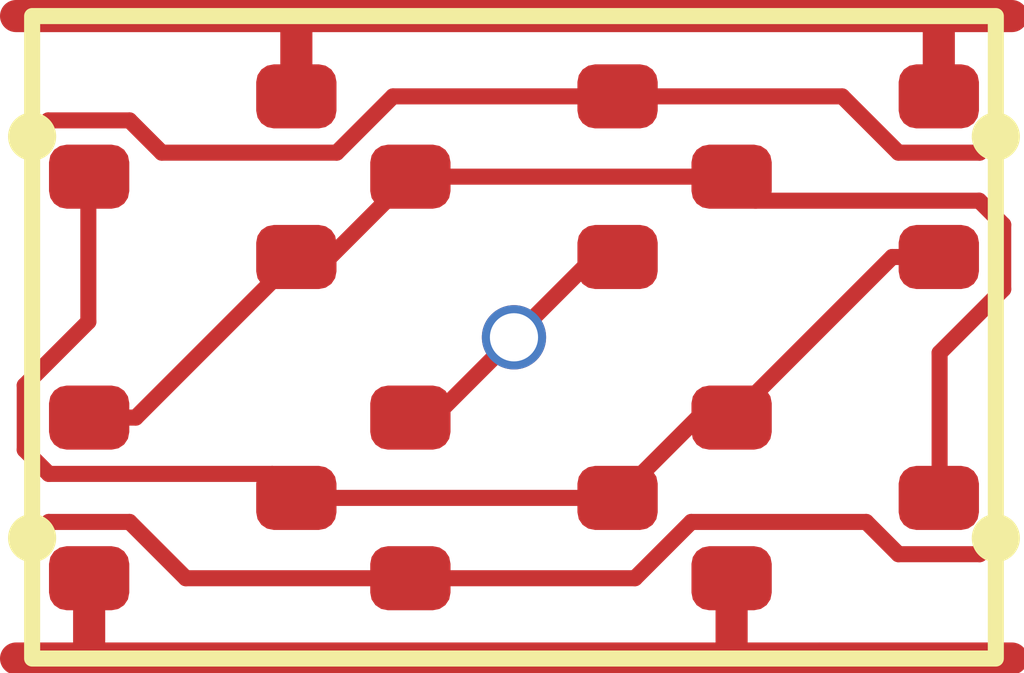
<source format=kicad_pcb>
(kicad_pcb (version 20241229) (generator "pcbnew") (generator_version "9.0")
  (layers (0 "F.Cu" signal) (2 "B.Cu" signal) (13 "F.Paste" user) (15 "B.Paste" user) (5 "F.SilkS" user "F.Silkscreen") (7 "B.SilkS" user "B.Silkscreen") (1 "F.Mask" user) (3 "B.Mask" user) (25 "Edge.Cuts" user))
  (net 0 "")
  (net 1 "GND")
  (net 2 "VDD")
  (net 3 "Q_N")
  (net 4 "Q")
  (net 5 "WL")
  (net 6 "BL_B")
  (net 7 "BL")
  (footprint "RV523:SOT523" (layer "F.Cu") (at 3 3)
    (property "Reference" "N3" (hide yes))
    (property "Value" "NMOS" (hide yes))
    (pad "1" smd roundrect (at -0.645 -0.5 180) (size 0.5 0.399) (layers "F.Cu" "F.Mask" "F.Paste") (roundrect_rratio 0.275) (net 5 "WL"))
    (pad "2" smd roundrect (at -0.645 0.5 180) (size 0.5 0.399) (layers "F.Cu" "F.Mask" "F.Paste") (roundrect_rratio 0.275) (net 7 "BL"))
    (pad "3" smd roundrect (at 0.645 0 180) (size 0.5 0.399) (layers "F.Cu" "F.Mask" "F.Paste") (roundrect_rratio 0.275) (net 4 "Q"))
  )
  (footprint "RV523:SOT523" (layer "F.Cu") (at 5 1 180)
    (property "Reference" "N2" (hide yes))
    (property "Value" "NMOS" (hide yes))
    (pad "1" smd roundrect (at -0.645 -0.5) (size 0.5 0.399) (layers "F.Cu" "F.Mask" "F.Paste") (roundrect_rratio 0.275) (net 4 "Q"))
    (pad "2" smd roundrect (at -0.645 0.5) (size 0.5 0.399) (layers "F.Cu" "F.Mask" "F.Paste") (roundrect_rratio 0.275) (net 1 "GND"))
    (pad "3" smd roundrect (at 0.645 0) (size 0.5 0.399) (layers "F.Cu" "F.Mask" "F.Paste") (roundrect_rratio 0.275) (net 3 "Q_N"))
  )
  (footprint "RV523:SOT523" (layer "F.Cu") (at 5 3)
    (property "Reference" "P2" (hide yes))
    (property "Value" "PMOS" (hide yes))
    (pad "1" smd roundrect (at -0.645 -0.5 180) (size 0.5 0.399) (layers "F.Cu" "F.Mask" "F.Paste") (roundrect_rratio 0.275) (net 4 "Q"))
    (pad "2" smd roundrect (at -0.645 0.5 180) (size 0.5 0.399) (layers "F.Cu" "F.Mask" "F.Paste") (roundrect_rratio 0.275) (net 2 "VDD"))
    (pad "3" smd roundrect (at 0.645 0 180) (size 0.5 0.399) (layers "F.Cu" "F.Mask" "F.Paste") (roundrect_rratio 0.275) (net 3 "Q_N"))
  )
  (footprint "RV523:SOT523" (layer "F.Cu") (at 3 1 180)
    (property "Reference" "N4" (hide yes))
    (property "Value" "NMOS" (hide yes))
    (pad "1" smd roundrect (at -0.645 -0.5) (size 0.5 0.399) (layers "F.Cu" "F.Mask" "F.Paste") (roundrect_rratio 0.275) (net 5 "WL"))
    (pad "2" smd roundrect (at -0.645 0.5) (size 0.5 0.399) (layers "F.Cu" "F.Mask" "F.Paste") (roundrect_rratio 0.275) (net 6 "BL_B"))
    (pad "3" smd roundrect (at 0.645 0) (size 0.5 0.399) (layers "F.Cu" "F.Mask" "F.Paste") (roundrect_rratio 0.275) (net 3 "Q_N"))
  )
  (footprint "RV523:SOT523" (layer "F.Cu") (at 1 3)
    (property "Reference" "P1" (hide yes))
    (property "Value" "PMOS" (hide yes))
    (pad "1" smd roundrect (at -0.645 -0.5 180) (size 0.5 0.399) (layers "F.Cu" "F.Mask" "F.Paste") (roundrect_rratio 0.275) (net 3 "Q_N"))
    (pad "2" smd roundrect (at -0.645 0.5 180) (size 0.5 0.399) (layers "F.Cu" "F.Mask" "F.Paste") (roundrect_rratio 0.275) (net 2 "VDD"))
    (pad "3" smd roundrect (at 0.645 0 180) (size 0.5 0.399) (layers "F.Cu" "F.Mask" "F.Paste") (roundrect_rratio 0.275) (net 4 "Q"))
  )
  (footprint "RV523:SOT523" (layer "F.Cu") (at 1 1 180)
    (property "Reference" "N1" (hide yes))
    (property "Value" "NMOS" (hide yes))
    (pad "1" smd roundrect (at -0.645 -0.5) (size 0.5 0.399) (layers "F.Cu" "F.Mask" "F.Paste") (roundrect_rratio 0.275) (net 3 "Q_N"))
    (pad "2" smd roundrect (at -0.645 0.5) (size 0.5 0.399) (layers "F.Cu" "F.Mask" "F.Paste") (roundrect_rratio 0.275) (net 1 "GND"))
    (pad "3" smd roundrect (at 0.645 0) (size 0.5 0.399) (layers "F.Cu" "F.Mask" "F.Paste") (roundrect_rratio 0.275) (net 4 "Q"))
  )
  (gr_circle (center 6 3.25) (end 6.1 3.25) (stroke (width 0.1)) (fill yes) (layer "F.SilkS"))
  (gr_circle (center 0 3.25) (end 0.1 3.25) (stroke (width 0.1)) (fill yes) (layer "F.SilkS"))
  (gr_rect (start 0 0) (end 6 4) (stroke (width 0.1)) (fill no) (layer "F.SilkS"))
  (gr_circle (center 0 0.75) (end 0.1 0.75) (stroke (width 0.1)) (fill yes) (layer "F.SilkS"))
  (gr_circle (center 6 0.75) (end 6.1 0.75) (stroke (width 0.1)) (fill yes) (layer "F.SilkS"))
  (segment (start 1.645 0.055) (end 1.7 0) (width 0.2) (layer "F.Cu") (net 1))
  (segment (start 1.7 0) (end 5.64 0) (width 0.2) (layer "F.Cu") (net 1))
  (segment (start 5.645 0.005) (end 5.64 0) (width 0.2) (layer "F.Cu") (net 1))
  (segment (start 5.64 0) (end 6.1 0) (width 0.2) (layer "F.Cu") (net 1))
  (segment (start 1.7 0) (end -0.1 0) (width 0.2) (layer "F.Cu") (net 1))
  (segment (start 5.645 0.5) (end 5.645 0.005) (width 0.2) (layer "F.Cu") (net 1))
  (segment (start 1.645 0.5) (end 1.645 0.055) (width 0.2) (layer "F.Cu") (net 1))
  (segment (start 4.35 4) (end 4.9 4) (width 0.2) (layer "F.Cu") (net 2))
  (segment (start 0.4 4) (end -0.1 4) (width 0.2) (layer "F.Cu") (net 2))
  (segment (start 4.35 4) (end 0.4 4) (width 0.2) (layer "F.Cu") (net 2))
  (segment (start 0.355 3.955) (end 0.4 4) (width 0.2) (layer "F.Cu") (net 2))
  (segment (start 0.355 3.5) (end 0.355 3.955) (width 0.2) (layer "F.Cu") (net 2))
  (segment (start 4.9 4) (end 6.1 4) (width 0.2) (layer "F.Cu") (net 2))
  (segment (start 4.355 3.5) (end 4.355 3.995) (width 0.2) (layer "F.Cu") (net 2))
  (segment (start 4.355 3.995) (end 4.35 4) (width 0.2) (layer "F.Cu") (net 2))
  (segment (start 0.645 2.5) (end 1.645 1.5) (width 0.1) (layer "F.Cu") (net 3))
  (segment (start 5.65 2.995) (end 5.645 3) (width 0.1) (layer "F.Cu") (net 3))
  (segment (start 6.046 1.700812) (end 5.65 2.096812) (width 0.1) (layer "F.Cu") (net 3))
  (segment (start 0.355 2.5) (end 0.645 2.5) (width 0.1) (layer "F.Cu") (net 3))
  (segment (start 4.5045 1.1495) (end 5.896312 1.1495) (width 0.1) (layer "F.Cu") (net 3))
  (segment (start 1.855 1.5) (end 2.355 1) (width 0.1) (layer "F.Cu") (net 3))
  (segment (start 5.65 2.096812) (end 5.65 2.995) (width 0.1) (layer "F.Cu") (net 3))
  (segment (start 5.896312 1.1495) (end 6.046 1.299188) (width 0.1) (layer "F.Cu") (net 3))
  (segment (start 6.046 1.299188) (end 6.046 1.700812) (width 0.1) (layer "F.Cu") (net 3))
  (segment (start 4.355 1) (end 4.5045 1.1495) (width 0.1) (layer "F.Cu") (net 3))
  (segment (start 1.645 1.5) (end 1.855 1.5) (width 0.1) (layer "F.Cu") (net 3))
  (segment (start 2.355 1) (end 4.355 1) (width 0.1) (layer "F.Cu") (net 3))
  (segment (start 5.645 1.5) (end 5.355 1.5) (width 0.1) (layer "F.Cu") (net 4))
  (segment (start 4.145 2.5) (end 3.645 3) (width 0.1) (layer "F.Cu") (net 4))
  (segment (start 1.4955 2.8505) (end 0.103688 2.8505) (width 0.1) (layer "F.Cu") (net 4))
  (segment (start 0.35 1.903188) (end 0.35 1.005) (width 0.1) (layer "F.Cu") (net 4))
  (segment (start 0.35 1.005) (end 0.355 1) (width 0.1) (layer "F.Cu") (net 4))
  (segment (start -0.046 2.299188) (end 0.35 1.903188) (width 0.1) (layer "F.Cu") (net 4))
  (segment (start 4.355 2.5) (end 4.145 2.5) (width 0.1) (layer "F.Cu") (net 4))
  (segment (start 3.645 3) (end 1.645 3) (width 0.1) (layer "F.Cu") (net 4))
  (segment (start 0.103688 2.8505) (end -0.046 2.700812) (width 0.1) (layer "F.Cu") (net 4))
  (segment (start -0.046 2.700812) (end -0.046 2.299188) (width 0.1) (layer "F.Cu") (net 4))
  (segment (start 5.355 1.5) (end 4.355 2.5) (width 0.1) (layer "F.Cu") (net 4))
  (segment (start 1.645 3) (end 1.4955 2.8505) (width 0.1) (layer "F.Cu") (net 4))
  (segment (start 3.5 1.5) (end 3 2) (width 0.1) (layer "F.Cu") (net 5))
  (segment (start 2.355 2.5) (end 2.5 2.5) (width 0.1) (layer "F.Cu") (net 5))
  (segment (start 2.5 2.5) (end 3 2) (width 0.1) (layer "F.Cu") (net 5))
  (segment (start 3.645 1.5) (end 3.5 1.5) (width 0.1) (layer "F.Cu") (net 5))
  (via (at 3 2) (size 0.4) (drill 0.3) (layers "F.Cu" "B.Cu") (net 5))
  (segment (start 0.1005 0.6495) (end 0 0.75) (width 0.1) (layer "F.Cu") (net 6))
  (segment (start 0.606312 0.6495) (end 0.1005 0.6495) (width 0.1) (layer "F.Cu") (net 6))
  (segment (start 2.246812 0.5) (end 1.896312 0.8505) (width 0.1) (layer "F.Cu") (net 6))
  (segment (start 5.393688 0.8505) (end 5.8995 0.8505) (width 0.1) (layer "F.Cu") (net 6))
  (segment (start 5.8995 0.8505) (end 6 0.75) (width 0.1) (layer "F.Cu") (net 6))
  (segment (start 3.645 0.5) (end 2.246812 0.5) (width 0.1) (layer "F.Cu") (net 6))
  (segment (start 1.896312 0.8505) (end 0.807312 0.8505) (width 0.1) (layer "F.Cu") (net 6))
  (segment (start 5.043188 0.5) (end 5.393688 0.8505) (width 0.1) (layer "F.Cu") (net 6))
  (segment (start 3.645 0.5) (end 5.043188 0.5) (width 0.1) (layer "F.Cu") (net 6))
  (segment (start 0.807312 0.8505) (end 0.606312 0.6495) (width 0.1) (layer "F.Cu") (net 6))
  (segment (start 0.606312 3.1495) (end 0.103688 3.1495) (width 0.1) (layer "F.Cu") (net 7))
  (segment (start 2.355 3.5) (end 3.753188 3.5) (width 0.1) (layer "F.Cu") (net 7))
  (segment (start 3.753188 3.5) (end 4.103688 3.1495) (width 0.1) (layer "F.Cu") (net 7))
  (segment (start 0.956812 3.5) (end 0.606312 3.1495) (width 0.1) (layer "F.Cu") (net 7))
  (segment (start 5.192688 3.1495) (end 5.393688 3.3505) (width 0.1) (layer "F.Cu") (net 7))
  (segment (start 5.393688 3.3505) (end 5.8995 3.3505) (width 0.1) (layer "F.Cu") (net 7))
  (segment (start 0.103688 3.1495) (end 0.001594 3.251594) (width 0.1) (layer "F.Cu") (net 7))
  (segment (start 5.8995 3.3505) (end 6 3.25) (width 0.1) (layer "F.Cu") (net 7))
  (segment (start 2.355 3.5) (end 0.956812 3.5) (width 0.1) (layer "F.Cu") (net 7))
  (segment (start 4.103688 3.1495) (end 5.192688 3.1495) (width 0.1) (layer "F.Cu") (net 7))
)
</source>
